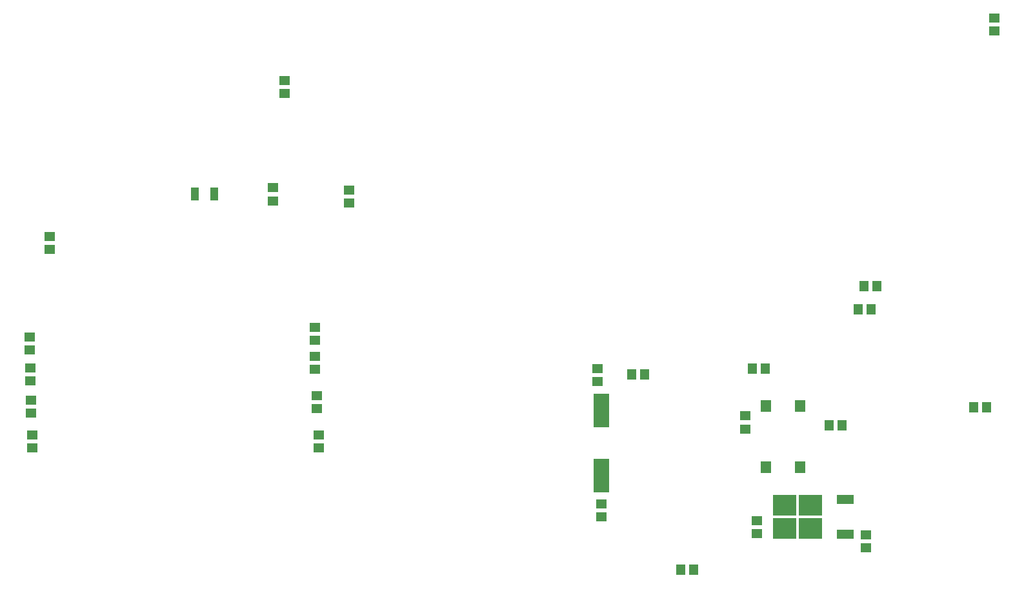
<source format=gbr>
%TF.GenerationSoftware,KiCad,Pcbnew,(6.0.5)*%
%TF.CreationDate,2022-07-19T23:07:51-04:00*%
%TF.ProjectId,Clock,436c6f63-6b2e-46b6-9963-61645f706362,rev?*%
%TF.SameCoordinates,PX4c4b400PY8a48640*%
%TF.FileFunction,Paste,Top*%
%TF.FilePolarity,Positive*%
%FSLAX46Y46*%
G04 Gerber Fmt 4.6, Leading zero omitted, Abs format (unit mm)*
G04 Created by KiCad (PCBNEW (6.0.5)) date 2022-07-19 23:07:51*
%MOMM*%
%LPD*%
G01*
G04 APERTURE LIST*
%ADD10R,1.400000X1.150000*%
%ADD11R,1.000000X1.800000*%
%ADD12R,1.150000X1.400000*%
%ADD13R,3.050000X2.750000*%
%ADD14R,2.200000X1.200000*%
%ADD15R,2.000000X4.500000*%
%ADD16R,1.400000X1.600000*%
G04 APERTURE END LIST*
D10*
%TO.C,C7*%
X44500000Y26800000D03*
X44500000Y25100000D03*
%TD*%
D11*
%TO.C,Y2*%
X28468000Y53296000D03*
X30968000Y53296000D03*
%TD*%
D12*
%TO.C,R1*%
X85774000Y29557000D03*
X87474000Y29557000D03*
%TD*%
D10*
%TO.C,C6*%
X81798000Y12500000D03*
X81798000Y10800000D03*
%TD*%
%TO.C,R6*%
X44200000Y30200000D03*
X44200000Y31900000D03*
%TD*%
%TO.C,C3*%
X102200000Y8600000D03*
X102200000Y10300000D03*
%TD*%
D13*
%TO.C,U1*%
X109200000Y12350000D03*
X105850000Y12350000D03*
X105850000Y9300000D03*
X109200000Y9300000D03*
D14*
X113825000Y8545000D03*
X113825000Y13105000D03*
%TD*%
D12*
%TO.C,C4*%
X92251000Y3903000D03*
X93951000Y3903000D03*
%TD*%
D10*
%TO.C,C9*%
X44700000Y21600000D03*
X44700000Y19900000D03*
%TD*%
%TO.C,R12*%
X38745000Y52368000D03*
X38745000Y54068000D03*
%TD*%
D15*
%TO.C,Y1*%
X81798000Y24790000D03*
X81798000Y16290000D03*
%TD*%
D10*
%TO.C,R4*%
X48700000Y53800000D03*
X48700000Y52100000D03*
%TD*%
%TO.C,C5*%
X81290000Y28580000D03*
X81290000Y30280000D03*
%TD*%
%TO.C,R13*%
X40269000Y68165000D03*
X40269000Y66465000D03*
%TD*%
D12*
%TO.C,R2*%
X115531000Y38066000D03*
X117231000Y38066000D03*
%TD*%
D10*
%TO.C,C2*%
X116500000Y8500000D03*
X116500000Y6800000D03*
%TD*%
%TO.C,R7*%
X44200000Y34000000D03*
X44200000Y35700000D03*
%TD*%
D12*
%TO.C,R3*%
X117954000Y41114000D03*
X116254000Y41114000D03*
%TD*%
D10*
%TO.C,C8*%
X7100000Y21600000D03*
X7100000Y19900000D03*
%TD*%
%TO.C,R9*%
X6800000Y34500000D03*
X6800000Y32800000D03*
%TD*%
%TO.C,C1*%
X100721000Y24096000D03*
X100721000Y22396000D03*
%TD*%
D12*
%TO.C,C11*%
X101649000Y30319000D03*
X103349000Y30319000D03*
%TD*%
D10*
%TO.C,C10*%
X7000000Y26200000D03*
X7000000Y24500000D03*
%TD*%
%TO.C,R11*%
X133350000Y76350000D03*
X133350000Y74650000D03*
%TD*%
%TO.C,R5*%
X9400000Y47700000D03*
X9400000Y46000000D03*
%TD*%
D12*
%TO.C,C12*%
X130650000Y25200000D03*
X132350000Y25200000D03*
%TD*%
D10*
%TO.C,R8*%
X6900000Y28700000D03*
X6900000Y30400000D03*
%TD*%
D16*
%TO.C,SW2*%
X103388000Y17366000D03*
X103388000Y25366000D03*
X107888000Y17366000D03*
X107888000Y25366000D03*
%TD*%
D12*
%TO.C,R10*%
X113382000Y22826000D03*
X111682000Y22826000D03*
%TD*%
M02*

</source>
